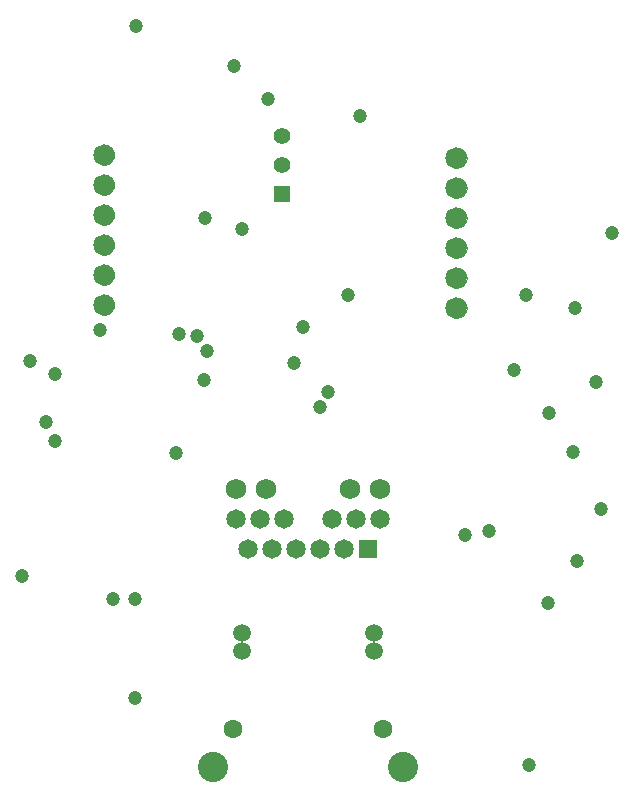
<source format=gbs>
G04*
G04 #@! TF.GenerationSoftware,Altium Limited,Altium Designer,22.9.1 (49)*
G04*
G04 Layer_Color=16711935*
%FSLAX25Y25*%
%MOIN*%
G70*
G04*
G04 #@! TF.SameCoordinates,2D7BEFF4-9F28-405B-851C-CABBC44A95C7*
G04*
G04*
G04 #@! TF.FilePolarity,Negative*
G04*
G01*
G75*
%ADD28C,0.00000*%
%ADD33C,0.10072*%
%ADD34C,0.06312*%
%ADD35C,0.06824*%
%ADD36C,0.05918*%
%ADD37C,0.06493*%
%ADD38R,0.06493X0.06493*%
%ADD39C,0.05524*%
%ADD40R,0.05524X0.05524*%
%ADD41C,0.07178*%
%ADD42C,0.04737*%
D28*
X67217Y225543D02*
X67066Y226542D01*
X66628Y227453D01*
X65940Y228194D01*
X65065Y228699D01*
X64080Y228924D01*
X63072Y228848D01*
X62132Y228479D01*
X61342Y227849D01*
X60773Y227014D01*
X60475Y226049D01*
Y225038D01*
X60773Y224072D01*
X61342Y223237D01*
X62132Y222607D01*
X63072Y222238D01*
X64080Y222163D01*
X65065Y222388D01*
X65940Y222893D01*
X66628Y223634D01*
X67066Y224544D01*
X67217Y225543D01*
Y215543D02*
X67066Y216543D01*
X66628Y217453D01*
X65940Y218194D01*
X65065Y218699D01*
X64080Y218924D01*
X63072Y218848D01*
X62132Y218479D01*
X61342Y217849D01*
X60773Y217014D01*
X60475Y216049D01*
Y215038D01*
X60773Y214072D01*
X61342Y213238D01*
X62132Y212608D01*
X63072Y212238D01*
X64080Y212163D01*
X65065Y212388D01*
X65940Y212893D01*
X66628Y213634D01*
X67066Y214544D01*
X67217Y215543D01*
Y205543D02*
X67066Y206542D01*
X66628Y207453D01*
X65940Y208194D01*
X65065Y208699D01*
X64080Y208924D01*
X63072Y208848D01*
X62132Y208479D01*
X61342Y207849D01*
X60773Y207014D01*
X60475Y206049D01*
Y205038D01*
X60773Y204072D01*
X61342Y203238D01*
X62132Y202607D01*
X63072Y202238D01*
X64080Y202163D01*
X65065Y202388D01*
X65940Y202893D01*
X66628Y203634D01*
X67066Y204544D01*
X67217Y205543D01*
Y195543D02*
X67066Y196543D01*
X66628Y197453D01*
X65940Y198194D01*
X65065Y198699D01*
X64080Y198924D01*
X63072Y198848D01*
X62132Y198479D01*
X61342Y197849D01*
X60773Y197014D01*
X60475Y196049D01*
Y195038D01*
X60773Y194072D01*
X61342Y193237D01*
X62132Y192607D01*
X63072Y192238D01*
X64080Y192163D01*
X65065Y192388D01*
X65940Y192893D01*
X66628Y193634D01*
X67066Y194544D01*
X67217Y195543D01*
Y185543D02*
X67066Y186542D01*
X66628Y187453D01*
X65940Y188194D01*
X65065Y188699D01*
X64080Y188924D01*
X63072Y188848D01*
X62132Y188479D01*
X61342Y187849D01*
X60773Y187014D01*
X60475Y186049D01*
Y185038D01*
X60773Y184072D01*
X61342Y183238D01*
X62132Y182607D01*
X63072Y182238D01*
X64080Y182163D01*
X65065Y182388D01*
X65940Y182893D01*
X66628Y183634D01*
X67066Y184544D01*
X67217Y185543D01*
Y175543D02*
X67066Y176542D01*
X66628Y177453D01*
X65940Y178194D01*
X65065Y178699D01*
X64080Y178924D01*
X63072Y178848D01*
X62132Y178479D01*
X61342Y177849D01*
X60773Y177014D01*
X60475Y176049D01*
Y175038D01*
X60773Y174073D01*
X61342Y173238D01*
X62132Y172608D01*
X63072Y172238D01*
X64080Y172163D01*
X65065Y172388D01*
X65940Y172893D01*
X66628Y173634D01*
X67066Y174544D01*
X67217Y175543D01*
X184717Y174543D02*
X184566Y175542D01*
X184128Y176453D01*
X183440Y177194D01*
X182565Y177699D01*
X181580Y177924D01*
X180572Y177848D01*
X179632Y177479D01*
X178842Y176849D01*
X178272Y176014D01*
X177975Y175049D01*
Y174038D01*
X178272Y173073D01*
X178842Y172238D01*
X179632Y171607D01*
X180572Y171238D01*
X181580Y171163D01*
X182565Y171388D01*
X183440Y171893D01*
X184128Y172634D01*
X184566Y173544D01*
X184717Y174543D01*
Y184543D02*
X184566Y185543D01*
X184128Y186453D01*
X183440Y187194D01*
X182565Y187699D01*
X181580Y187924D01*
X180572Y187848D01*
X179632Y187479D01*
X178842Y186849D01*
X178272Y186014D01*
X177975Y185049D01*
Y184038D01*
X178272Y183072D01*
X178842Y182238D01*
X179632Y181607D01*
X180572Y181238D01*
X181580Y181163D01*
X182565Y181388D01*
X183440Y181893D01*
X184128Y182634D01*
X184566Y183544D01*
X184717Y184543D01*
Y194543D02*
X184566Y195543D01*
X184128Y196453D01*
X183440Y197194D01*
X182565Y197699D01*
X181580Y197924D01*
X180572Y197848D01*
X179632Y197479D01*
X178842Y196849D01*
X178272Y196014D01*
X177975Y195049D01*
Y194038D01*
X178272Y193072D01*
X178842Y192237D01*
X179632Y191607D01*
X180572Y191238D01*
X181580Y191163D01*
X182565Y191388D01*
X183440Y191893D01*
X184128Y192634D01*
X184566Y193544D01*
X184717Y194543D01*
Y204543D02*
X184566Y205542D01*
X184128Y206453D01*
X183440Y207194D01*
X182565Y207699D01*
X181580Y207924D01*
X180572Y207848D01*
X179632Y207479D01*
X178842Y206849D01*
X178272Y206014D01*
X177975Y205049D01*
Y204038D01*
X178272Y203073D01*
X178842Y202238D01*
X179632Y201607D01*
X180572Y201238D01*
X181580Y201163D01*
X182565Y201388D01*
X183440Y201893D01*
X184128Y202634D01*
X184566Y203544D01*
X184717Y204543D01*
Y214543D02*
X184566Y215543D01*
X184128Y216453D01*
X183440Y217194D01*
X182565Y217699D01*
X181580Y217924D01*
X180572Y217848D01*
X179632Y217479D01*
X178842Y216849D01*
X178272Y216014D01*
X177975Y215049D01*
Y214038D01*
X178272Y213072D01*
X178842Y212238D01*
X179632Y211608D01*
X180572Y211238D01*
X181580Y211163D01*
X182565Y211388D01*
X183440Y211893D01*
X184128Y212634D01*
X184566Y213544D01*
X184717Y214543D01*
Y224543D02*
X184566Y225542D01*
X184128Y226453D01*
X183440Y227194D01*
X182565Y227699D01*
X181580Y227924D01*
X180572Y227848D01*
X179632Y227479D01*
X178842Y226849D01*
X178272Y226014D01*
X177975Y225049D01*
Y224038D01*
X178272Y223072D01*
X178842Y222237D01*
X179632Y221607D01*
X180572Y221238D01*
X181580Y221163D01*
X182565Y221388D01*
X183440Y221893D01*
X184128Y222634D01*
X184566Y223544D01*
X184717Y224543D01*
D33*
X99996Y21500D02*
D03*
X163500D02*
D03*
D34*
X106748Y34020D02*
D03*
X156748D02*
D03*
D35*
X107772Y114020D02*
D03*
X117772D02*
D03*
X145724D02*
D03*
X155724D02*
D03*
D36*
X109740Y60240D02*
D03*
X153756D02*
D03*
X109740Y65988D02*
D03*
X153756D02*
D03*
D37*
X107772Y104020D02*
D03*
X115764D02*
D03*
X123756D02*
D03*
X139740D02*
D03*
X147732D02*
D03*
X155724D02*
D03*
X111768Y94020D02*
D03*
X119760D02*
D03*
X127752D02*
D03*
X135744D02*
D03*
X143736D02*
D03*
D38*
X151728D02*
D03*
D39*
X123000Y231606D02*
D03*
Y222000D02*
D03*
D40*
Y212394D02*
D03*
D41*
X63827Y225543D02*
D03*
Y215543D02*
D03*
Y205543D02*
D03*
Y195543D02*
D03*
Y185543D02*
D03*
Y175543D02*
D03*
X181327Y174543D02*
D03*
Y184543D02*
D03*
Y194543D02*
D03*
Y204543D02*
D03*
Y214543D02*
D03*
Y224543D02*
D03*
D42*
X138500Y146500D02*
D03*
X97000Y150500D02*
D03*
X88714Y165928D02*
D03*
X98000Y160000D02*
D03*
X94881Y165000D02*
D03*
X130100Y168119D02*
D03*
X118500Y244000D02*
D03*
X107300Y255200D02*
D03*
X74552Y268348D02*
D03*
X233000Y199500D02*
D03*
X200400Y153800D02*
D03*
X44437Y136563D02*
D03*
X87900Y125960D02*
D03*
X97500Y204600D02*
D03*
X62600Y167200D02*
D03*
X149206Y238600D02*
D03*
X220831Y174400D02*
D03*
X135835Y141372D02*
D03*
X212100Y139500D02*
D03*
X127000Y156000D02*
D03*
X220284Y126600D02*
D03*
X227720Y149820D02*
D03*
X205390Y22190D02*
D03*
X211900Y76000D02*
D03*
X204500Y178900D02*
D03*
X145100D02*
D03*
X74200Y44600D02*
D03*
Y77300D02*
D03*
X66964Y77336D02*
D03*
X36563Y85100D02*
D03*
X47600Y130100D02*
D03*
Y152500D02*
D03*
X39100Y156937D02*
D03*
X192000Y100000D02*
D03*
X184100Y98900D02*
D03*
X109800Y200900D02*
D03*
X229437Y107500D02*
D03*
X221563Y90000D02*
D03*
M02*

</source>
